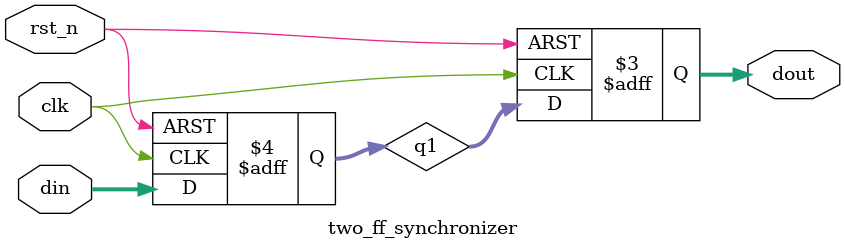
<source format=v>
 module two_ff_synchronizer #(parameter WIDTH = 4)(
	input clk, rst_n,
	input [WIDTH - 1 : 0] din,
	output reg [WIDTH - 1 : 0] dout
);

reg [WIDTH - 1 : 0] q1;

always@(posedge clk or negedge rst_n ) begin
	if(!rst_n) begin
		q1 <= 0;
		dout <= 0;
	end
	else begin
		q1 <= din;
		dout <= q1;
	end
end

endmodule

</source>
